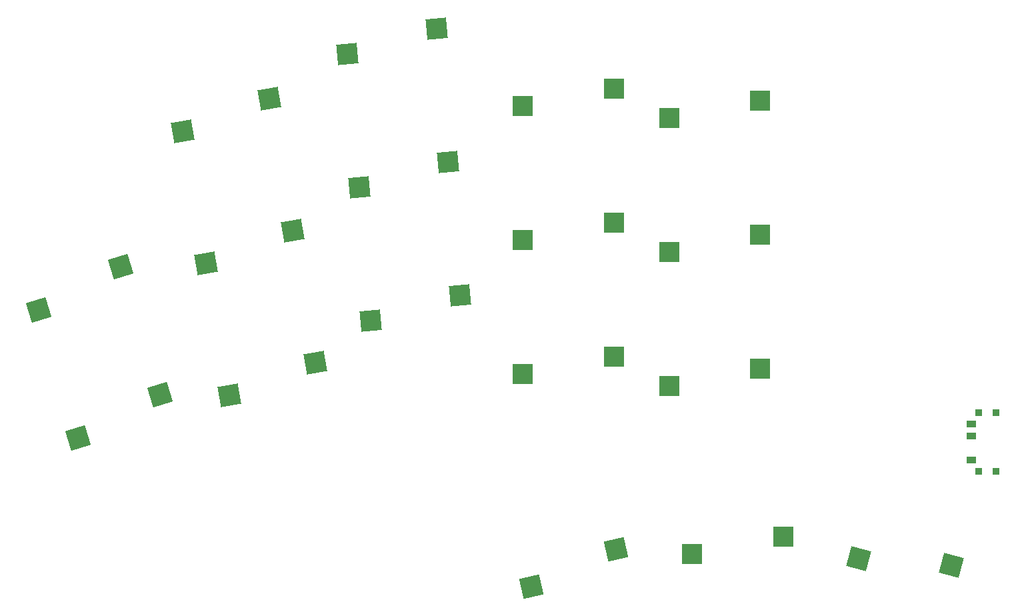
<source format=gtp>
%TF.GenerationSoftware,KiCad,Pcbnew,(6.0.4)*%
%TF.CreationDate,2022-05-26T21:53:46+02:00*%
%TF.ProjectId,batta,62617474-612e-46b6-9963-61645f706362,v1.0.0*%
%TF.SameCoordinates,Original*%
%TF.FileFunction,Paste,Top*%
%TF.FilePolarity,Positive*%
%FSLAX46Y46*%
G04 Gerber Fmt 4.6, Leading zero omitted, Abs format (unit mm)*
G04 Created by KiCad (PCBNEW (6.0.4)) date 2022-05-26 21:53:46*
%MOMM*%
%LPD*%
G01*
G04 APERTURE LIST*
G04 Aperture macros list*
%AMRotRect*
0 Rectangle, with rotation*
0 The origin of the aperture is its center*
0 $1 length*
0 $2 width*
0 $3 Rotation angle, in degrees counterclockwise*
0 Add horizontal line*
21,1,$1,$2,0,0,$3*%
G04 Aperture macros list end*
%ADD10R,0.900000X0.900000*%
%ADD11R,1.250000X0.900000*%
%ADD12RotRect,2.600000X2.600000X10.000000*%
%ADD13RotRect,2.600000X2.600000X5.000000*%
%ADD14R,2.600000X2.600000*%
%ADD15RotRect,2.600000X2.600000X345.000000*%
%ADD16RotRect,2.600000X2.600000X13.000000*%
%ADD17RotRect,2.600000X2.600000X17.000000*%
G04 APERTURE END LIST*
D10*
%TO.C,T1*%
X165016000Y64082000D03*
X167216000Y71482000D03*
X167216000Y64082000D03*
X165016000Y71482000D03*
D11*
X164041000Y65532000D03*
X164041000Y68532000D03*
X164041000Y70032000D03*
%TD*%
D12*
%TO.C,S11*%
X74892476Y111381133D03*
X63899972Y107208920D03*
%TD*%
D13*
%TO.C,S15*%
X97649093Y103326959D03*
X86334787Y100128683D03*
%TD*%
D14*
%TO.C,S21*%
X118686086Y95636016D03*
X107136086Y93436017D03*
%TD*%
%TO.C,S29*%
X125709999Y108928000D03*
X137259999Y111127999D03*
%TD*%
D15*
%TO.C,S33*%
X161502672Y52122624D03*
X149776827Y52986948D03*
%TD*%
D12*
%TO.C,S7*%
X80796514Y77897669D03*
X69804010Y73725456D03*
%TD*%
D16*
%TO.C,S1*%
X118958700Y54131434D03*
X108199618Y49389637D03*
%TD*%
D17*
%TO.C,S5*%
X56055292Y90013726D03*
X45653189Y84532964D03*
%TD*%
D14*
%TO.C,S27*%
X137259999Y94127999D03*
X125709999Y91928000D03*
%TD*%
D12*
%TO.C,S9*%
X66851991Y90467188D03*
X77844495Y94639401D03*
%TD*%
D13*
%TO.C,S13*%
X99130741Y86391649D03*
X87816435Y83193373D03*
%TD*%
%TO.C,S17*%
X96167446Y120262269D03*
X84853140Y117063993D03*
%TD*%
D14*
%TO.C,S31*%
X140180998Y55792000D03*
X128630998Y53592001D03*
%TD*%
D17*
%TO.C,S3*%
X61025611Y73756545D03*
X50623508Y68275783D03*
%TD*%
D14*
%TO.C,S23*%
X118686086Y112636016D03*
X107136086Y110436017D03*
%TD*%
%TO.C,S25*%
X137259999Y77127999D03*
X125709999Y74928000D03*
%TD*%
%TO.C,S19*%
X118686086Y78636016D03*
X107136086Y76436017D03*
%TD*%
M02*

</source>
